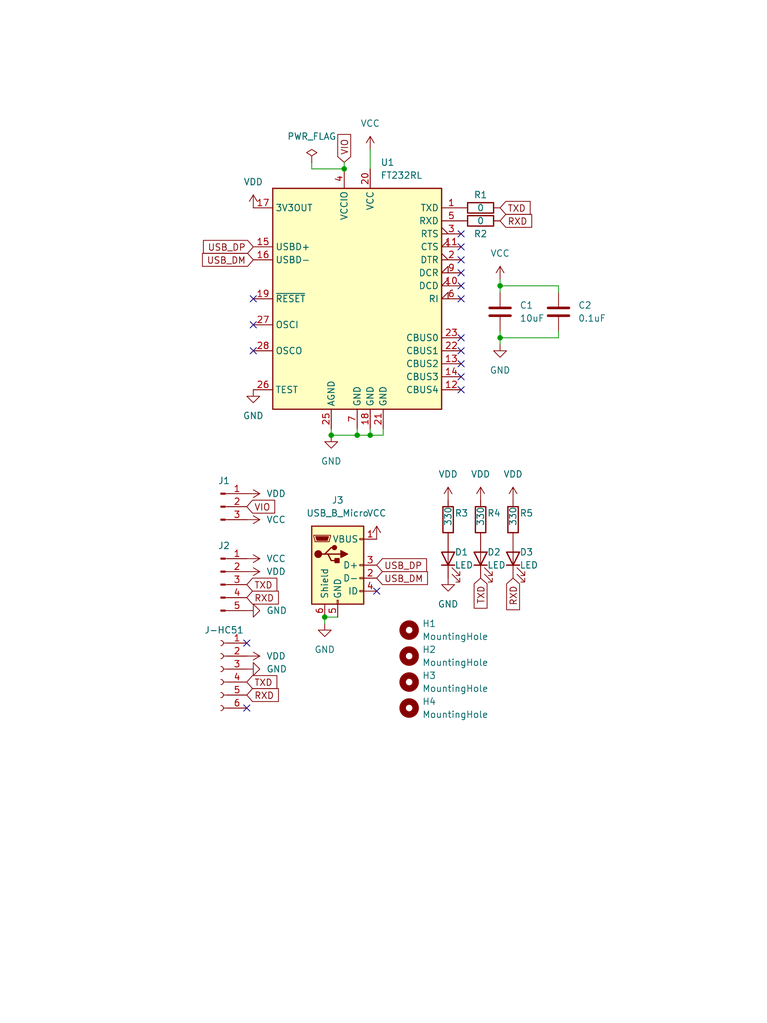
<source format=kicad_sch>
(kicad_sch (version 20211123) (generator eeschema)
  (paper "User" 150.012 200)
  (title_block (title "Generic USB FT232RL") (date "2023-01-26") (rev "0") (company "by Achmadi ST MT"))
  (lib_symbols
    (symbol "Connector:Conn_01x03_Male" (pin_names (offset 1.016) hide)
      (property "Reference" "J" (at 0 5.08 0))
      (property "Value" "Conn_01x03_Male" (at 0 -5.08 0))
      (symbol "Conn_01x03_Male_1_1"
        (polyline (pts (xy 1.27 -2.54) (xy 0.8636 -2.54)) (stroke (width 0.1524)))
        (polyline (pts (xy 1.27 0) (xy 0.8636 0)) (stroke (width 0.1524)))
        (polyline (pts (xy 1.27 2.54) (xy 0.8636 2.54)) (stroke (width 0.1524)))
        (rectangle (start 0.8636 -2.413) (end 0 -2.667) (stroke (width 0.1524)) (fill (type outline)))
        (rectangle (start 0.8636 0.127) (end 0 -0.127) (stroke (width 0.1524)) (fill (type outline)))
        (rectangle (start 0.8636 2.667) (end 0 2.413) (stroke (width 0.1524)) (fill (type outline)))
        (pin passive line (at 5.08 2.54 180) (length 3.81) (name "Pin_1") (number "1"))
        (pin passive line (at 5.08 0 180) (length 3.81) (name "Pin_2") (number "2"))
        (pin passive line (at 5.08 -2.54 180) (length 3.81) (name "Pin_3") (number "3"))
      )
    )
    (symbol "Connector:Conn_01x05_Male" (pin_names (offset 1.016) hide)
      (property "Reference" "J" (at 0 7.62 0))
      (property "Value" "Conn_01x05_Male" (at 0 -7.62 0))
      (symbol "Conn_01x05_Male_1_1"
        (polyline (pts (xy 1.27 -5.08) (xy 0.8636 -5.08)) (stroke (width 0.1524)))
        (polyline (pts (xy 1.27 -2.54) (xy 0.8636 -2.54)) (stroke (width 0.1524)))
        (polyline (pts (xy 1.27 0) (xy 0.8636 0)) (stroke (width 0.1524)))
        (polyline (pts (xy 1.27 2.54) (xy 0.8636 2.54)) (stroke (width 0.1524)))
        (polyline (pts (xy 1.27 5.08) (xy 0.8636 5.08)) (stroke (width 0.1524)))
        (rectangle (start 0.8636 -4.953) (end 0 -5.207) (stroke (width 0.1524)) (fill (type outline)))
        (rectangle (start 0.8636 -2.413) (end 0 -2.667) (stroke (width 0.1524)) (fill (type outline)))
        (rectangle (start 0.8636 0.127) (end 0 -0.127) (stroke (width 0.1524)) (fill (type outline)))
        (rectangle (start 0.8636 2.667) (end 0 2.413) (stroke (width 0.1524)) (fill (type outline)))
        (rectangle (start 0.8636 5.207) (end 0 4.953) (stroke (width 0.1524)) (fill (type outline)))
        (pin passive line (at 5.08 5.08 180) (length 3.81) (name "Pin_1") (number "1"))
        (pin passive line (at 5.08 2.54 180) (length 3.81) (name "Pin_2") (number "2"))
        (pin passive line (at 5.08 0 180) (length 3.81) (name "Pin_3") (number "3"))
        (pin passive line (at 5.08 -2.54 180) (length 3.81) (name "Pin_4") (number "4"))
        (pin passive line (at 5.08 -5.08 180) (length 3.81) (name "Pin_5") (number "5"))
      )
    )
    (symbol "Connector:Conn_01x06_Female" (pin_names (offset 1.016) hide)
      (property "Reference" "J" (at 0 7.62 0))
      (property "Value" "Conn_01x06_Female" (at 0 -10.16 0))
      (symbol "Conn_01x06_Female_1_1"
        (arc (start 0 -7.112) (mid -0.508 -7.62) (end 0 -8.128) (stroke (width 0.1524)))
        (arc (start 0 -4.572) (mid -0.508 -5.08) (end 0 -5.588) (stroke (width 0.1524)))
        (arc (start 0 -2.032) (mid -0.508 -2.54) (end 0 -3.048) (stroke (width 0.1524)))
        (polyline (pts (xy -1.27 -7.62) (xy -0.508 -7.62)) (stroke (width 0.1524)))
        (polyline (pts (xy -1.27 -5.08) (xy -0.508 -5.08)) (stroke (width 0.1524)))
        (polyline (pts (xy -1.27 -2.54) (xy -0.508 -2.54)) (stroke (width 0.1524)))
        (polyline (pts (xy -1.27 0) (xy -0.508 0)) (stroke (width 0.1524)))
        (polyline (pts (xy -1.27 2.54) (xy -0.508 2.54)) (stroke (width 0.1524)))
        (polyline (pts (xy -1.27 5.08) (xy -0.508 5.08)) (stroke (width 0.1524)))
        (arc (start 0 0.508) (mid -0.508 0) (end 0 -0.508) (stroke (width 0.1524)))
        (arc (start 0 3.048) (mid -0.508 2.54) (end 0 2.032) (stroke (width 0.1524)))
        (arc (start 0 5.588) (mid -0.508 5.08) (end 0 4.572) (stroke (width 0.1524)))
        (pin passive line (at -5.08 5.08 0) (length 3.81) (name "Pin_1") (number "1"))
        (pin passive line (at -5.08 2.54 0) (length 3.81) (name "Pin_2") (number "2"))
        (pin passive line (at -5.08 0 0) (length 3.81) (name "Pin_3") (number "3"))
        (pin passive line (at -5.08 -2.54 0) (length 3.81) (name "Pin_4") (number "4"))
        (pin passive line (at -5.08 -5.08 0) (length 3.81) (name "Pin_5") (number "5"))
        (pin passive line (at -5.08 -7.62 0) (length 3.81) (name "Pin_6") (number "6"))
      )
    )
    (symbol "Connector:USB_B_Micro" (pin_names (offset 1.016))
      (property "Reference" "J" (at -5.08 11.43 0))
      (property "Value" "USB_B_Micro" (at -5.08 8.89 0))
      (symbol "USB_B_Micro_0_1"
        (rectangle (start -5.08 -7.62) (end 5.08 7.62) (stroke (width 0.254)) (fill (type background)))
        (circle (center -3.81 2.159) (radius 0.635) (stroke (width 0.254)) (fill (type outline)))
        (circle (center -0.635 3.429) (radius 0.381) (stroke (width 0.254)) (fill (type outline)))
        (rectangle (start -0.127 -7.62) (end 0.127 -6.858))
        (polyline (pts (xy -1.905 2.159) (xy 0.635 2.159)) (stroke (width 0.254)))
        (polyline (pts (xy -3.175 2.159) (xy -2.54 2.159) (xy -1.27 3.429) (xy -0.635 3.429)) (stroke (width 0.254)))
        (polyline (pts (xy -2.54 2.159) (xy -1.905 2.159) (xy -1.27 0.889) (xy 0 0.889)) (stroke (width 0.254)))
        (polyline (pts (xy 0.635 2.794) (xy 0.635 1.524) (xy 1.905 2.159) (xy 0.635 2.794)) (stroke (width 0.254)) (fill (type outline)))
        (polyline (pts (xy -4.318 5.588) (xy -1.778 5.588) (xy -2.032 4.826) (xy -4.064 4.826) (xy -4.318 5.588)) (fill (type outline)))
        (polyline (pts (xy -4.699 5.842) (xy -4.699 5.588) (xy -4.445 4.826) (xy -4.445 4.572) (xy -1.651 4.572) (xy -1.651 4.826) (xy -1.397 5.588) (xy -1.397 5.842) (xy -4.699 5.842)))
        (rectangle (start 0.254 1.27) (end -0.508 0.508) (stroke (width 0.254)) (fill (type outline)))
        (rectangle (start 5.08 -5.207) (end 4.318 -4.953))
        (rectangle (start 5.08 -2.667) (end 4.318 -2.413))
        (rectangle (start 5.08 -0.127) (end 4.318 0.127))
        (rectangle (start 5.08 4.953) (end 4.318 5.207))
      )
      (symbol "USB_B_Micro_1_1"
        (pin power_out line (at 7.62 5.08 180) (length 2.54) (name "VBUS") (number "1"))
        (pin bidirectional line (at 7.62 -2.54 180) (length 2.54) (name "D-") (number "2"))
        (pin bidirectional line (at 7.62 0 180) (length 2.54) (name "D+") (number "3"))
        (pin passive line (at 7.62 -5.08 180) (length 2.54) (name "ID") (number "4"))
        (pin power_out line (at 0 -10.16 90) (length 2.54) (name "GND") (number "5"))
        (pin passive line (at -2.54 -10.16 90) (length 2.54) (name "Shield") (number "6"))
      )
    )
    (symbol "Device:C" (pin_numbers hide) (pin_names (offset 0.254))
      (property "Reference" "C" (at 0.635 2.54 0))
      (property "Value" "C" (at 0.635 -2.54 0))
      (symbol "C_0_1"
        (polyline (pts (xy -2.032 -0.762) (xy 2.032 -0.762)) (stroke (width 0.508)))
        (polyline (pts (xy -2.032 0.762) (xy 2.032 0.762)) (stroke (width 0.508)))
      )
      (symbol "C_1_1"
        (pin passive line (at 0 3.81 270) (length 2.794) (name "~") (number "1"))
        (pin passive line (at 0 -3.81 90) (length 2.794) (name "~") (number "2"))
      )
    )
    (symbol "Device:LED" (pin_numbers hide) (pin_names (offset 1.016) hide)
      (property "Reference" "D" (at 0 2.54 0))
      (property "Value" "LED" (at 0 -2.54 0))
      (symbol "LED_0_1"
        (polyline (pts (xy -1.27 -1.27) (xy -1.27 1.27)) (stroke (width 0.254)))
        (polyline (pts (xy -1.27 0) (xy 1.27 0)))
        (polyline (pts (xy 1.27 -1.27) (xy 1.27 1.27) (xy -1.27 0) (xy 1.27 -1.27)) (stroke (width 0.254)))
        (polyline (pts (xy -3.048 -0.762) (xy -4.572 -2.286) (xy -3.81 -2.286) (xy -4.572 -2.286) (xy -4.572 -1.524)))
        (polyline (pts (xy -1.778 -0.762) (xy -3.302 -2.286) (xy -2.54 -2.286) (xy -3.302 -2.286) (xy -3.302 -1.524)))
      )
      (symbol "LED_1_1"
        (pin passive line (at -3.81 0 0) (length 2.54) (name "K") (number "1"))
        (pin passive line (at 3.81 0 180) (length 2.54) (name "A") (number "2"))
      )
    )
    (symbol "Device:R" (pin_numbers hide) (pin_names (offset 0))
      (property "Reference" "R" (at 2.032 0 90))
      (property "Value" "R" (at 0 0 90))
      (symbol "R_0_1"
        (rectangle (start -1.016 -2.54) (end 1.016 2.54) (stroke (width 0.254)))
      )
      (symbol "R_1_1"
        (pin passive line (at 0 3.81 270) (length 1.27) (name "~") (number "1"))
        (pin passive line (at 0 -3.81 90) (length 1.27) (name "~") (number "2"))
      )
    )
    (symbol "Interface_USB:FT232RL"
      (property "Reference" "U" (at -16.51 22.86 0))
      (property "Value" "FT232RL" (at 10.16 22.86 0))
      (symbol "FT232RL_0_1"
        (rectangle (start -16.51 21.59) (end 16.51 -21.59) (stroke (width 0.254)) (fill (type background)))
      )
      (symbol "FT232RL_1_1"
        (pin output line (at 20.32 17.78 180) (length 3.81) (name "TXD") (number "1"))
        (pin input input_low (at 20.32 2.54 180) (length 3.81) (name "DCD") (number "10"))
        (pin input input_low (at 20.32 10.16 180) (length 3.81) (name "CTS") (number "11"))
        (pin bidirectional line (at 20.32 -17.78 180) (length 3.81) (name "CBUS4") (number "12"))
        (pin bidirectional line (at 20.32 -12.7 180) (length 3.81) (name "CBUS2") (number "13"))
        (pin bidirectional line (at 20.32 -15.24 180) (length 3.81) (name "CBUS3") (number "14"))
        (pin bidirectional line (at -20.32 10.16 0) (length 3.81) (name "USBD+") (number "15"))
        (pin bidirectional line (at -20.32 7.62 0) (length 3.81) (name "USBD-") (number "16"))
        (pin power_out line (at -20.32 17.78 0) (length 3.81) (name "3V3OUT") (number "17"))
        (pin power_in line (at 2.54 -25.4 90) (length 3.81) (name "GND") (number "18"))
        (pin input line (at -20.32 0 0) (length 3.81) (name "~{RESET}") (number "19"))
        (pin output output_low (at 20.32 7.62 180) (length 3.81) (name "DTR") (number "2"))
        (pin power_in line (at 2.54 25.4 270) (length 3.81) (name "VCC") (number "20"))
        (pin power_in line (at 5.08 -25.4 90) (length 3.81) (name "GND") (number "21"))
        (pin bidirectional line (at 20.32 -10.16 180) (length 3.81) (name "CBUS1") (number "22"))
        (pin bidirectional line (at 20.32 -7.62 180) (length 3.81) (name "CBUS0") (number "23"))
        (pin power_in line (at -5.08 -25.4 90) (length 3.81) (name "AGND") (number "25"))
        (pin input line (at -20.32 -17.78 0) (length 3.81) (name "TEST") (number "26"))
        (pin input line (at -20.32 -5.08 0) (length 3.81) (name "OSCI") (number "27"))
        (pin output line (at -20.32 -10.16 0) (length 3.81) (name "OSCO") (number "28"))
        (pin output output_low (at 20.32 12.7 180) (length 3.81) (name "RTS") (number "3"))
        (pin power_in line (at -2.54 25.4 270) (length 3.81) (name "VCCIO") (number "4"))
        (pin input line (at 20.32 15.24 180) (length 3.81) (name "RXD") (number "5"))
        (pin input input_low (at 20.32 0 180) (length 3.81) (name "RI") (number "6"))
        (pin power_in line (at 0 -25.4 90) (length 3.81) (name "GND") (number "7"))
        (pin input input_low (at 20.32 5.08 180) (length 3.81) (name "DCR") (number "9"))
      )
    )
    (symbol "Mechanical:MountingHole" (pin_names (offset 1.016))
      (property "Reference" "H" (at 0 5.08 0))
      (property "Value" "MountingHole" (at 0 3.175 0))
      (symbol "MountingHole_0_1"
        (circle (center 0 0) (radius 1.27) (stroke (width 1.27)))
      )
    )
    (symbol "power:GND" (power) (pin_names (offset 0))
      (property "Value" "GND" (at 0 -3.81 0))
      (symbol "GND_0_1"
        (polyline (pts (xy 0 0) (xy 0 -1.27) (xy 1.27 -1.27) (xy 0 -2.54) (xy -1.27 -1.27) (xy 0 -1.27)))
      )
      (symbol "GND_1_1"
        (pin power_in line (at 0 0 270) (length 0) hide (name "GND") (number "1"))
      )
    )
    (symbol "power:PWR_FLAG" (power) (pin_numbers hide) (pin_names (offset 0) hide)
      (property "Value" "PWR_FLAG" (at 0 3.81 0))
      (symbol "PWR_FLAG_0_0"
        (pin power_out line (at 0 0 90) (length 0) (name "pwr") (number "1"))
      )
      (symbol "PWR_FLAG_0_1"
        (polyline (pts (xy 0 0) (xy 0 1.27) (xy -1.016 1.905) (xy 0 2.54) (xy 1.016 1.905) (xy 0 1.27)))
      )
    )
    (symbol "power:VCC" (power) (pin_names (offset 0))
      (property "Value" "VCC" (at 0 3.81 0))
      (symbol "VCC_0_1"
        (polyline (pts (xy -0.762 1.27) (xy 0 2.54)))
        (polyline (pts (xy 0 0) (xy 0 2.54)))
        (polyline (pts (xy 0 2.54) (xy 0.762 1.27)))
      )
      (symbol "VCC_1_1"
        (pin power_in line (at 0 0 90) (length 0) hide (name "VCC") (number "1"))
      )
    )
    (symbol "power:VDD" (power) (pin_names (offset 0))
      (property "Value" "VDD" (at 0 3.81 0))
      (symbol "VDD_0_1"
        (polyline (pts (xy -0.762 1.27) (xy 0 2.54)))
        (polyline (pts (xy 0 0) (xy 0 2.54)))
        (polyline (pts (xy 0 2.54) (xy 0.762 1.27)))
      )
      (symbol "VDD_1_1"
        (pin power_in line (at 0 0 90) (length 0) hide (name "VDD") (number "1"))
      )
    )
  )
  (junction (at 97.79 55.88))
  (junction (at 69.85 85.09))
  (junction (at 63.5 120.65))
  (junction (at 97.79 66.04))
  (junction (at 64.77 85.09))
  (junction (at 67.31 33.02))
  (junction (at 72.39 85.09))
  (no_connect (at 48.26 138.43))
  (no_connect (at 48.26 125.73))
  (no_connect (at 90.17 45.72))
  (no_connect (at 90.17 48.26))
  (no_connect (at 90.17 50.8))
  (no_connect (at 90.17 53.34))
  (no_connect (at 90.17 55.88))
  (no_connect (at 90.17 58.42))
  (no_connect (at 90.17 66.04))
  (no_connect (at 90.17 68.58))
  (no_connect (at 90.17 71.12))
  (no_connect (at 90.17 73.66))
  (no_connect (at 73.66 115.57))
  (no_connect (at 90.17 76.2))
  (no_connect (at 49.53 58.42))
  (no_connect (at 49.53 63.5))
  (no_connect (at 49.53 68.58))
  (wire (pts (xy 74.93 85.09) (xy 72.39 85.09)))
  (wire (pts (xy 97.79 55.88) (xy 109.22 55.88)))
  (wire (pts (xy 63.5 121.92) (xy 63.5 120.65)))
  (wire (pts (xy 97.79 64.77) (xy 97.79 66.04)))
  (wire (pts (xy 72.39 29.21) (xy 72.39 33.02)))
  (wire (pts (xy 60.96 31.75) (xy 60.96 33.02)))
  (wire (pts (xy 74.93 83.82) (xy 74.93 85.09)))
  (wire (pts (xy 69.85 83.82) (xy 69.85 85.09)))
  (wire (pts (xy 109.22 64.77) (xy 109.22 66.04)))
  (wire (pts (xy 63.5 120.65) (xy 66.04 120.65)))
  (wire (pts (xy 72.39 83.82) (xy 72.39 85.09)))
  (wire (pts (xy 60.96 33.02) (xy 67.31 33.02)))
  (wire (pts (xy 69.85 85.09) (xy 64.77 85.09)))
  (wire (pts (xy 64.77 83.82) (xy 64.77 85.09)))
  (wire (pts (xy 97.79 54.61) (xy 97.79 55.88)))
  (wire (pts (xy 72.39 85.09) (xy 69.85 85.09)))
  (wire (pts (xy 97.79 66.04) (xy 97.79 67.31)))
  (wire (pts (xy 109.22 57.15) (xy 109.22 55.88)))
  (wire (pts (xy 97.79 55.88) (xy 97.79 57.15)))
  (wire (pts (xy 97.79 66.04) (xy 109.22 66.04)))
  (wire (pts (xy 67.31 31.75) (xy 67.31 33.02)))
  (global_label "TXD" (shape input) (at 93.98 113.03 270) (property "Intersheet References" "${INTERSHEET_REFS}" (effects hide)))
  (global_label "VIO" (shape input) (at 67.31 31.75 90) (property "Intersheet References" "${INTERSHEET_REFS}" (effects hide)))
  (global_label "TXD" (shape input) (at 97.79 40.64 0) (property "Intersheet References" "${INTERSHEET_REFS}" (effects hide)))
  (global_label "USB_DM" (shape input) (at 49.53 50.8 180) (property "Intersheet References" "${INTERSHEET_REFS}" (effects hide)))
  (global_label "USB_DM" (shape input) (at 73.66 113.03 0) (property "Intersheet References" "${INTERSHEET_REFS}" (effects hide)))
  (global_label "VIO" (shape input) (at 48.26 99.06 0) (property "Intersheet References" "${INTERSHEET_REFS}" (effects hide)))
  (global_label "RXD" (shape input) (at 48.26 116.84 0) (property "Intersheet References" "${INTERSHEET_REFS}" (effects hide)))
  (global_label "USB_DP" (shape input) (at 73.66 110.49 0) (property "Intersheet References" "${INTERSHEET_REFS}" (effects hide)))
  (global_label "RXD" (shape input) (at 48.26 135.89 0) (property "Intersheet References" "${INTERSHEET_REFS}" (effects hide)))
  (global_label "TXD" (shape input) (at 48.26 114.3 0) (property "Intersheet References" "${INTERSHEET_REFS}" (effects hide)))
  (global_label "USB_DP" (shape input) (at 49.53 48.26 180) (property "Intersheet References" "${INTERSHEET_REFS}" (effects hide)))
  (global_label "RXD" (shape input) (at 100.33 113.03 270) (property "Intersheet References" "${INTERSHEET_REFS}" (effects hide)))
  (global_label "TXD" (shape input) (at 48.26 133.35 0) (property "Intersheet References" "${INTERSHEET_REFS}" (effects hide)))
  (global_label "RXD" (shape input) (at 97.79 43.18 0) (property "Intersheet References" "${INTERSHEET_REFS}" (effects hide)))
  (symbol (lib_id "power:VCC") (at 97.79 54.61 0) (unit 1)
    (property "Reference" "#PWR014" (effects hide))
    (property "Value" "VCC" (at 97.79 49.53 0))
  )
  (symbol (lib_id "power:GND") (at 49.53 76.2 0) (unit 1)
    (property "Reference" "#PWR07" (effects hide))
    (property "Value" "GND" (at 49.53 81.28 0))
  )
  (symbol (lib_id "power:VDD") (at 87.63 97.79 0) (unit 1)
    (property "Reference" "#PWR016" (effects hide))
    (property "Value" "VDD" (at 87.63 92.71 0))
  )
  (symbol (lib_id "Device:R") (at 93.98 40.64 90) (unit 1)
    (property "Reference" "R1" (at 93.98 38.1 90))
    (property "Value" "0" (at 93.98 40.64 90))
    (property "Footprint" "Resistor_SMD:R_0805_2012Metric_Pad1.20x1.40mm_HandSolder" (effects hide))
  )
  (symbol (lib_id "power:GND") (at 48.26 119.38 90) (unit 1)
    (property "Reference" "#PWR05" (effects hide))
    (property "Value" "GND" (at 52.07 119.3799 90) (effects (justify right)))
  )
  (symbol (lib_id "Device:R") (at 100.33 101.6 0) (unit 1)
    (property "Reference" "R5" (at 101.6 100.33 0) (effects (justify left)))
    (property "Value" "330" (at 100.33 102.87 90) (effects (justify left)))
    (property "Footprint" "Resistor_SMD:R_0805_2012Metric_Pad1.20x1.40mm_HandSolder" (effects hide))
  )
  (symbol (lib_id "power:GND") (at 97.79 67.31 0) (unit 1)
    (property "Reference" "#PWR015" (effects hide))
    (property "Value" "GND" (at 97.79 72.39 0))
  )
  (symbol (lib_id "Connector:Conn_01x03_Male") (at 43.18 99.06 0) (unit 1)
    (property "Reference" "J1" (at 43.815 93.98 0))
    (property "Value" "Conn_01x03_Male" (effects hide))
    (property "Footprint" "Connector_PinHeader_2.54mm:PinHeader_1x03_P2.54mm_Vertical" (effects hide))
  )
  (symbol (lib_id "power:VDD") (at 48.26 128.27 270) (unit 1)
    (property "Reference" "#PWR010" (effects hide))
    (property "Value" "VDD" (at 52.07 128.2699 90) (effects (justify left)))
  )
  (symbol (lib_id "Mechanical:MountingHole") (at 80.01 128.27 0) (unit 1)
    (property "Reference" "H2" (at 82.55 126.9999 0) (effects (justify left)))
    (property "Value" "MountingHole" (at 82.55 129.5399 0) (effects (justify left)))
    (property "Footprint" "MountingHole:MountingHole_2.2mm_M2_ISO7380_Pad" (effects hide))
  )
  (symbol (lib_id "power:VDD") (at 49.53 40.64 0) (unit 1)
    (property "Reference" "#PWR06" (effects hide))
    (property "Value" "VDD" (at 49.53 35.56 0))
  )
  (symbol (lib_id "Mechanical:MountingHole") (at 80.01 133.35 0) (unit 1)
    (property "Reference" "H3" (at 82.55 132.0799 0) (effects (justify left)))
    (property "Value" "MountingHole" (at 82.55 134.6199 0) (effects (justify left)))
    (property "Footprint" "MountingHole:MountingHole_2.2mm_M2_ISO7380_Pad" (effects hide))
  )
  (symbol (lib_id "Device:C") (at 97.79 60.96 0) (unit 1)
    (property "Reference" "C1" (at 101.6 59.6899 0) (effects (justify left)))
    (property "Value" "10uF" (at 101.6 62.2299 0) (effects (justify left)))
    (property "Footprint" "Capacitor_SMD:C_0805_2012Metric_Pad1.18x1.45mm_HandSolder" (effects hide))
  )
  (symbol (lib_id "power:GND") (at 64.77 85.09 0) (unit 1)
    (property "Reference" "#PWR08" (effects hide))
    (property "Value" "GND" (at 64.77 90.17 0))
  )
  (symbol (lib_id "power:VCC") (at 48.26 109.22 270) (unit 1)
    (property "Reference" "#PWR03" (effects hide))
    (property "Value" "VCC" (at 52.07 109.2199 90) (effects (justify left)))
  )
  (symbol (lib_id "Device:R") (at 87.63 101.6 0) (unit 1)
    (property "Reference" "R3" (at 88.9 100.33 0) (effects (justify left)))
    (property "Value" "330" (at 87.63 102.87 90) (effects (justify left)))
    (property "Footprint" "Resistor_SMD:R_0805_2012Metric_Pad1.20x1.40mm_HandSolder" (effects hide))
  )
  (symbol (lib_id "power:VDD") (at 93.98 97.79 0) (unit 1)
    (property "Reference" "#PWR018" (effects hide))
    (property "Value" "VDD" (at 93.98 92.71 0))
  )
  (symbol (lib_id "power:VDD") (at 48.26 111.76 270) (unit 1)
    (property "Reference" "#PWR04" (effects hide))
    (property "Value" "VDD" (at 52.07 111.7599 90) (effects (justify left)))
  )
  (symbol (lib_id "Connector:USB_B_Micro") (at 66.04 110.49 0) (unit 1)
    (property "Reference" "J3" (at 66.04 97.79 0))
    (property "Value" "USB_B_Micro" (at 66.04 100.33 0))
    (property "Footprint" "Connector_USB:USB_Micro-B_Wuerth_629105150521" (effects hide))
  )
  (symbol (lib_id "power:GND") (at 87.63 113.03 0) (unit 1)
    (property "Reference" "#PWR017" (effects hide))
    (property "Value" "GND" (at 87.63 118.11 0))
  )
  (symbol (lib_id "power:PWR_FLAG") (at 60.96 31.75 0) (unit 1)
    (property "Reference" "#FLG0101" (effects hide))
    (property "Value" "PWR_FLAG" (at 60.96 26.67 0))
  )
  (symbol (lib_id "Device:LED") (at 100.33 109.22 90) (unit 1)
    (property "Reference" "D3" (at 101.6 107.95 90) (effects (justify right)))
    (property "Value" "LED" (at 101.6 110.49 90) (effects (justify right)))
    (property "Footprint" "LED_SMD:LED_0805_2012Metric_Pad1.15x1.40mm_HandSolder" (effects hide))
  )
  (symbol (lib_id "Interface_USB:FT232RL") (at 69.85 58.42 0) (unit 1)
    (property "Reference" "U1" (at 74.4094 31.75 0) (effects (justify left)))
    (property "Value" "FT232RL" (at 74.4094 34.29 0) (effects (justify left)))
    (property "Footprint" "Package_SO:SSOP-28_5.3x10.2mm_P0.65mm" (effects hide))
    (property "Datasheet" "https://www.ftdichip.com/Support/Documents/DataSheets/ICs/DS_FT232R.pdf" (effects hide))
  )
  (symbol (lib_id "Device:R") (at 93.98 101.6 0) (unit 1)
    (property "Reference" "R4" (at 95.25 100.33 0) (effects (justify left)))
    (property "Value" "330" (at 93.98 102.87 90) (effects (justify left)))
    (property "Footprint" "Resistor_SMD:R_0805_2012Metric_Pad1.20x1.40mm_HandSolder" (effects hide))
  )
  (symbol (lib_id "power:VDD") (at 100.33 97.79 0) (unit 1)
    (property "Reference" "#PWR019" (effects hide))
    (property "Value" "VDD" (at 100.33 92.71 0))
  )
  (symbol (lib_id "Device:LED") (at 87.63 109.22 90) (unit 1)
    (property "Reference" "D1" (at 88.9 107.95 90) (effects (justify right)))
    (property "Value" "LED" (at 88.9 110.49 90) (effects (justify right)))
    (property "Footprint" "LED_SMD:LED_0805_2012Metric_Pad1.15x1.40mm_HandSolder" (effects hide))
  )
  (symbol (lib_id "Connector:Conn_01x06_Female") (at 43.18 130.81 0) (mirror y) (unit 1)
    (property "Reference" "J-HC51" (at 43.815 123.19 0))
    (property "Value" "Conn_01x06_Female" (effects hide))
    (property "Footprint" "Connector_PinSocket_2.54mm:PinSocket_1x06_P2.54mm_Vertical" (effects hide))
  )
  (symbol (lib_id "power:GND") (at 63.5 121.92 0) (unit 1)
    (property "Reference" "#PWR012" (effects hide))
    (property "Value" "GND" (at 63.5 127 0))
  )
  (symbol (lib_id "Mechanical:MountingHole") (at 80.01 123.19 0) (unit 1)
    (property "Reference" "H1" (at 82.55 121.9199 0) (effects (justify left)))
    (property "Value" "MountingHole" (at 82.55 124.4599 0) (effects (justify left)))
    (property "Footprint" "MountingHole:MountingHole_2.2mm_M2_ISO7380_Pad" (effects hide))
  )
  (symbol (lib_id "power:GND") (at 48.26 130.81 90) (unit 1)
    (property "Reference" "#PWR011" (effects hide))
    (property "Value" "GND" (at 52.07 130.8099 90) (effects (justify right)))
  )
  (symbol (lib_id "Connector:Conn_01x05_Male") (at 43.18 114.3 0) (unit 1)
    (property "Reference" "J2" (at 43.815 106.68 0))
    (property "Value" "Conn_01x05_Male" (effects hide))
    (property "Footprint" "Connector_PinHeader_2.54mm:PinHeader_1x05_P2.54mm_Vertical" (effects hide))
  )
  (symbol (lib_id "power:VDD") (at 48.26 96.52 270) (unit 1)
    (property "Reference" "#PWR01" (effects hide))
    (property "Value" "VDD" (at 52.07 96.5199 90) (effects (justify left)))
  )
  (symbol (lib_id "power:VCC") (at 73.66 105.41 0) (unit 1)
    (property "Reference" "#PWR013" (effects hide))
    (property "Value" "VCC" (at 73.66 100.33 0))
  )
  (symbol (lib_id "power:VCC") (at 72.39 29.21 0) (unit 1)
    (property "Reference" "#PWR09" (effects hide))
    (property "Value" "VCC" (at 72.39 24.13 0))
  )
  (symbol (lib_id "Device:LED") (at 93.98 109.22 90) (unit 1)
    (property "Reference" "D2" (at 95.25 107.95 90) (effects (justify right)))
    (property "Value" "LED" (at 95.25 110.49 90) (effects (justify right)))
    (property "Footprint" "LED_SMD:LED_0805_2012Metric_Pad1.15x1.40mm_HandSolder" (effects hide))
  )
  (symbol (lib_id "Device:C") (at 109.22 60.96 0) (unit 1)
    (property "Reference" "C2" (at 113.03 59.6899 0) (effects (justify left)))
    (property "Value" "0.1uF" (at 113.03 62.2299 0) (effects (justify left)))
    (property "Footprint" "Capacitor_SMD:C_0805_2012Metric_Pad1.18x1.45mm_HandSolder" (effects hide))
  )
  (symbol (lib_id "power:VCC") (at 48.26 101.6 270) (unit 1)
    (property "Reference" "#PWR02" (effects hide))
    (property "Value" "VCC" (at 52.07 101.5999 90) (effects (justify left)))
  )
  (symbol (lib_id "Device:R") (at 93.98 43.18 90) (unit 1)
    (property "Reference" "R2" (at 93.98 45.72 90))
    (property "Value" "0" (at 93.98 43.18 90))
    (property "Footprint" "Resistor_SMD:R_0805_2012Metric_Pad1.20x1.40mm_HandSolder" (effects hide))
  )
  (symbol (lib_id "Mechanical:MountingHole") (at 80.01 138.43 0) (unit 1)
    (property "Reference" "H4" (at 82.55 137.1599 0) (effects (justify left)))
    (property "Value" "MountingHole" (at 82.55 139.6999 0) (effects (justify left)))
    (property "Footprint" "MountingHole:MountingHole_2.2mm_M2_ISO7380_Pad" (effects hide))
  )
)
</source>
